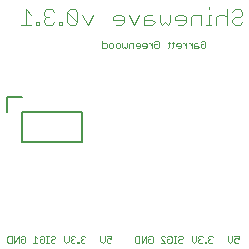
<source format=gbo>
G75*
%MOIN*%
%OFA0B0*%
%FSLAX25Y25*%
%IPPOS*%
%LPD*%
%AMOC8*
5,1,8,0,0,1.08239X$1,22.5*
%
%ADD10C,0.00400*%
%ADD11C,0.00200*%
%ADD12C,0.00500*%
D10*
X0010004Y0083806D02*
X0013473Y0083806D01*
X0011739Y0083806D02*
X0011739Y0089010D01*
X0013473Y0087276D01*
X0015184Y0084673D02*
X0015184Y0083806D01*
X0016052Y0083806D01*
X0016052Y0084673D01*
X0015184Y0084673D01*
X0017738Y0084673D02*
X0018606Y0083806D01*
X0020341Y0083806D01*
X0021208Y0084673D01*
X0022919Y0084673D02*
X0022919Y0083806D01*
X0023786Y0083806D01*
X0023786Y0084673D01*
X0022919Y0084673D01*
X0025473Y0084673D02*
X0026340Y0083806D01*
X0028075Y0083806D01*
X0028943Y0084673D01*
X0025473Y0088143D01*
X0025473Y0084673D01*
X0028943Y0084673D02*
X0028943Y0088143D01*
X0028075Y0089010D01*
X0026340Y0089010D01*
X0025473Y0088143D01*
X0021208Y0088143D02*
X0020341Y0089010D01*
X0018606Y0089010D01*
X0017738Y0088143D01*
X0017738Y0087276D01*
X0018606Y0086408D01*
X0017738Y0085541D01*
X0017738Y0084673D01*
X0018606Y0086408D02*
X0019473Y0086408D01*
X0030629Y0087276D02*
X0032364Y0083806D01*
X0034099Y0087276D01*
X0040942Y0086408D02*
X0040942Y0085541D01*
X0044412Y0085541D01*
X0044412Y0086408D02*
X0043544Y0087276D01*
X0041809Y0087276D01*
X0040942Y0086408D01*
X0041809Y0083806D02*
X0043544Y0083806D01*
X0044412Y0084673D01*
X0044412Y0086408D01*
X0046098Y0087276D02*
X0047833Y0083806D01*
X0049568Y0087276D01*
X0051255Y0086408D02*
X0051255Y0083806D01*
X0053857Y0083806D01*
X0054725Y0084673D01*
X0053857Y0085541D01*
X0051255Y0085541D01*
X0051255Y0086408D02*
X0052122Y0087276D01*
X0053857Y0087276D01*
X0056411Y0087276D02*
X0056411Y0084673D01*
X0057279Y0083806D01*
X0058146Y0084673D01*
X0059014Y0083806D01*
X0059881Y0084673D01*
X0059881Y0087276D01*
X0061568Y0086408D02*
X0061568Y0085541D01*
X0065037Y0085541D01*
X0065037Y0086408D02*
X0064170Y0087276D01*
X0062435Y0087276D01*
X0061568Y0086408D01*
X0062435Y0083806D02*
X0064170Y0083806D01*
X0065037Y0084673D01*
X0065037Y0086408D01*
X0066724Y0086408D02*
X0066724Y0083806D01*
X0066724Y0086408D02*
X0067591Y0087276D01*
X0070194Y0087276D01*
X0070194Y0083806D01*
X0071896Y0083806D02*
X0073631Y0083806D01*
X0072764Y0083806D02*
X0072764Y0087276D01*
X0073631Y0087276D01*
X0075318Y0086408D02*
X0075318Y0083806D01*
X0075318Y0086408D02*
X0076185Y0087276D01*
X0077920Y0087276D01*
X0078788Y0086408D01*
X0080474Y0085541D02*
X0080474Y0084673D01*
X0081342Y0083806D01*
X0083077Y0083806D01*
X0083944Y0084673D01*
X0083077Y0086408D02*
X0081342Y0086408D01*
X0080474Y0085541D01*
X0078788Y0083806D02*
X0078788Y0089010D01*
X0080474Y0088143D02*
X0081342Y0089010D01*
X0083077Y0089010D01*
X0083944Y0088143D01*
X0083944Y0087276D01*
X0083077Y0086408D01*
X0072764Y0089010D02*
X0072764Y0089878D01*
D11*
X0005656Y0011573D02*
X0006023Y0011206D01*
X0007124Y0011206D01*
X0007124Y0013408D01*
X0006023Y0013408D01*
X0005656Y0013041D01*
X0005656Y0011573D01*
X0007866Y0011206D02*
X0007866Y0013408D01*
X0009334Y0013408D02*
X0007866Y0011206D01*
X0009334Y0011206D02*
X0009334Y0013408D01*
X0010076Y0013041D02*
X0010443Y0013408D01*
X0011177Y0013408D01*
X0011544Y0013041D01*
X0011544Y0011573D01*
X0011177Y0011206D01*
X0010443Y0011206D01*
X0010076Y0011573D01*
X0010076Y0012307D01*
X0010810Y0012307D01*
X0014183Y0011206D02*
X0015651Y0011206D01*
X0014917Y0011206D02*
X0014917Y0013408D01*
X0015651Y0012674D01*
X0016393Y0013041D02*
X0016760Y0013408D01*
X0017494Y0013408D01*
X0017861Y0013041D01*
X0017861Y0011573D01*
X0017494Y0011206D01*
X0016760Y0011206D01*
X0016393Y0011573D01*
X0016393Y0012307D01*
X0017127Y0012307D01*
X0018600Y0013408D02*
X0019334Y0013408D01*
X0018967Y0013408D02*
X0018967Y0011206D01*
X0019334Y0011206D02*
X0018600Y0011206D01*
X0020076Y0011573D02*
X0020076Y0011940D01*
X0020443Y0012307D01*
X0021177Y0012307D01*
X0021544Y0012674D01*
X0021544Y0013041D01*
X0021177Y0013408D01*
X0020443Y0013408D01*
X0020076Y0013041D01*
X0020076Y0011573D02*
X0020443Y0011206D01*
X0021177Y0011206D01*
X0021544Y0011573D01*
X0024551Y0011940D02*
X0024551Y0013408D01*
X0024551Y0011940D02*
X0025285Y0011206D01*
X0026019Y0011940D01*
X0026019Y0013408D01*
X0026761Y0013041D02*
X0026761Y0012674D01*
X0027128Y0012307D01*
X0026761Y0011940D01*
X0026761Y0011573D01*
X0027128Y0011206D01*
X0027862Y0011206D01*
X0028229Y0011573D01*
X0028967Y0011573D02*
X0028967Y0011206D01*
X0029334Y0011206D01*
X0029334Y0011573D01*
X0028967Y0011573D01*
X0030076Y0011573D02*
X0030076Y0011940D01*
X0030443Y0012307D01*
X0030810Y0012307D01*
X0030443Y0012307D02*
X0030076Y0012674D01*
X0030076Y0013041D01*
X0030443Y0013408D01*
X0031177Y0013408D01*
X0031544Y0013041D01*
X0031544Y0011573D02*
X0031177Y0011206D01*
X0030443Y0011206D01*
X0030076Y0011573D01*
X0028229Y0013041D02*
X0027862Y0013408D01*
X0027128Y0013408D01*
X0026761Y0013041D01*
X0027128Y0012307D02*
X0027495Y0012307D01*
X0036616Y0011940D02*
X0037350Y0011206D01*
X0038084Y0011940D01*
X0038084Y0013408D01*
X0038826Y0013408D02*
X0040294Y0013408D01*
X0040294Y0012307D01*
X0039560Y0012674D01*
X0039193Y0012674D01*
X0038826Y0012307D01*
X0038826Y0011573D01*
X0039193Y0011206D01*
X0039927Y0011206D01*
X0040294Y0011573D01*
X0036616Y0011940D02*
X0036616Y0013408D01*
X0048156Y0013041D02*
X0048156Y0011573D01*
X0048523Y0011206D01*
X0049624Y0011206D01*
X0049624Y0013408D01*
X0048523Y0013408D01*
X0048156Y0013041D01*
X0050366Y0013408D02*
X0050366Y0011206D01*
X0051834Y0013408D01*
X0051834Y0011206D01*
X0052576Y0011573D02*
X0052576Y0012307D01*
X0053310Y0012307D01*
X0052576Y0013041D02*
X0052943Y0013408D01*
X0053677Y0013408D01*
X0054044Y0013041D01*
X0054044Y0011573D01*
X0053677Y0011206D01*
X0052943Y0011206D01*
X0052576Y0011573D01*
X0056683Y0011206D02*
X0058151Y0011206D01*
X0056683Y0012674D01*
X0056683Y0013041D01*
X0057050Y0013408D01*
X0057784Y0013408D01*
X0058151Y0013041D01*
X0058893Y0013041D02*
X0059260Y0013408D01*
X0059994Y0013408D01*
X0060361Y0013041D01*
X0060361Y0011573D01*
X0059994Y0011206D01*
X0059260Y0011206D01*
X0058893Y0011573D01*
X0058893Y0012307D01*
X0059627Y0012307D01*
X0061100Y0013408D02*
X0061834Y0013408D01*
X0061467Y0013408D02*
X0061467Y0011206D01*
X0061834Y0011206D02*
X0061100Y0011206D01*
X0062576Y0011573D02*
X0062576Y0011940D01*
X0062943Y0012307D01*
X0063677Y0012307D01*
X0064044Y0012674D01*
X0064044Y0013041D01*
X0063677Y0013408D01*
X0062943Y0013408D01*
X0062576Y0013041D01*
X0062576Y0011573D02*
X0062943Y0011206D01*
X0063677Y0011206D01*
X0064044Y0011573D01*
X0067051Y0011940D02*
X0067785Y0011206D01*
X0068519Y0011940D01*
X0068519Y0013408D01*
X0069261Y0013041D02*
X0069261Y0012674D01*
X0069628Y0012307D01*
X0069261Y0011940D01*
X0069261Y0011573D01*
X0069628Y0011206D01*
X0070362Y0011206D01*
X0070729Y0011573D01*
X0071467Y0011573D02*
X0071467Y0011206D01*
X0071834Y0011206D01*
X0071834Y0011573D01*
X0071467Y0011573D01*
X0072576Y0011573D02*
X0072576Y0011940D01*
X0072943Y0012307D01*
X0073310Y0012307D01*
X0072943Y0012307D02*
X0072576Y0012674D01*
X0072576Y0013041D01*
X0072943Y0013408D01*
X0073677Y0013408D01*
X0074044Y0013041D01*
X0074044Y0011573D02*
X0073677Y0011206D01*
X0072943Y0011206D01*
X0072576Y0011573D01*
X0070729Y0013041D02*
X0070362Y0013408D01*
X0069628Y0013408D01*
X0069261Y0013041D01*
X0069628Y0012307D02*
X0069995Y0012307D01*
X0067051Y0011940D02*
X0067051Y0013408D01*
X0079116Y0013408D02*
X0079116Y0011940D01*
X0079850Y0011206D01*
X0080584Y0011940D01*
X0080584Y0013408D01*
X0081326Y0013408D02*
X0082794Y0013408D01*
X0082794Y0012307D01*
X0082060Y0012674D01*
X0081693Y0012674D01*
X0081326Y0012307D01*
X0081326Y0011573D01*
X0081693Y0011206D01*
X0082427Y0011206D01*
X0082794Y0011573D01*
X0071177Y0076206D02*
X0070443Y0076206D01*
X0070076Y0076573D01*
X0070076Y0077307D01*
X0070810Y0077307D01*
X0070076Y0078041D02*
X0070443Y0078408D01*
X0071177Y0078408D01*
X0071544Y0078041D01*
X0071544Y0076573D01*
X0071177Y0076206D01*
X0069334Y0076573D02*
X0068967Y0076940D01*
X0067866Y0076940D01*
X0067866Y0077307D02*
X0067866Y0076206D01*
X0068967Y0076206D01*
X0069334Y0076573D01*
X0068233Y0077674D02*
X0067866Y0077307D01*
X0068233Y0077674D02*
X0068967Y0077674D01*
X0067124Y0077674D02*
X0067124Y0076206D01*
X0067124Y0076940D02*
X0066390Y0077674D01*
X0066023Y0077674D01*
X0065283Y0077674D02*
X0065283Y0076206D01*
X0065283Y0076940D02*
X0064549Y0077674D01*
X0064182Y0077674D01*
X0063441Y0077307D02*
X0063074Y0077674D01*
X0062340Y0077674D01*
X0061973Y0077307D01*
X0061973Y0076940D01*
X0063441Y0076940D01*
X0063441Y0076573D02*
X0063441Y0077307D01*
X0063441Y0076573D02*
X0063074Y0076206D01*
X0062340Y0076206D01*
X0060864Y0076573D02*
X0060497Y0076206D01*
X0060864Y0076573D02*
X0060864Y0078041D01*
X0061231Y0077674D02*
X0060497Y0077674D01*
X0059758Y0077674D02*
X0059024Y0077674D01*
X0059391Y0078041D02*
X0059391Y0076573D01*
X0059024Y0076206D01*
X0056075Y0076573D02*
X0056075Y0078041D01*
X0055708Y0078408D01*
X0054974Y0078408D01*
X0054607Y0078041D01*
X0054607Y0077307D02*
X0055341Y0077307D01*
X0054607Y0077307D02*
X0054607Y0076573D01*
X0054974Y0076206D01*
X0055708Y0076206D01*
X0056075Y0076573D01*
X0053865Y0076940D02*
X0053131Y0077674D01*
X0052764Y0077674D01*
X0052023Y0077307D02*
X0051656Y0077674D01*
X0050923Y0077674D01*
X0050556Y0077307D01*
X0050556Y0076940D01*
X0052023Y0076940D01*
X0052023Y0076573D02*
X0052023Y0077307D01*
X0052023Y0076573D02*
X0051656Y0076206D01*
X0050923Y0076206D01*
X0049814Y0076573D02*
X0049814Y0077307D01*
X0049447Y0077674D01*
X0048713Y0077674D01*
X0048346Y0077307D01*
X0048346Y0076940D01*
X0049814Y0076940D01*
X0049814Y0076573D02*
X0049447Y0076206D01*
X0048713Y0076206D01*
X0047604Y0076206D02*
X0047604Y0077674D01*
X0046503Y0077674D01*
X0046136Y0077307D01*
X0046136Y0076206D01*
X0045394Y0076573D02*
X0045027Y0076206D01*
X0044660Y0076573D01*
X0044293Y0076206D01*
X0043926Y0076573D01*
X0043926Y0077674D01*
X0043184Y0077307D02*
X0043184Y0076573D01*
X0042817Y0076206D01*
X0042083Y0076206D01*
X0041716Y0076573D01*
X0041716Y0077307D01*
X0042083Y0077674D01*
X0042817Y0077674D01*
X0043184Y0077307D01*
X0045394Y0077674D02*
X0045394Y0076573D01*
X0040974Y0076573D02*
X0040607Y0076206D01*
X0039873Y0076206D01*
X0039506Y0076573D01*
X0039506Y0077307D01*
X0039873Y0077674D01*
X0040607Y0077674D01*
X0040974Y0077307D01*
X0040974Y0076573D01*
X0038764Y0076573D02*
X0038764Y0077307D01*
X0038397Y0077674D01*
X0037296Y0077674D01*
X0037296Y0078408D02*
X0037296Y0076206D01*
X0038397Y0076206D01*
X0038764Y0076573D01*
X0053865Y0076206D02*
X0053865Y0077674D01*
D12*
X0030394Y0054856D02*
X0010394Y0054856D01*
X0010394Y0044856D01*
X0030394Y0044856D01*
X0030394Y0054856D01*
X0010394Y0059856D02*
X0005394Y0059856D01*
X0005394Y0054856D01*
M02*

</source>
